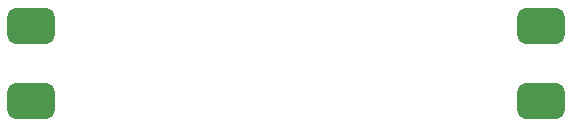
<source format=gbr>
%TF.GenerationSoftware,KiCad,Pcbnew,8.0.5*%
%TF.CreationDate,2025-06-27T14:54:40-05:00*%
%TF.ProjectId,ULACIT 2025,554c4143-4954-4203-9230-32352e6b6963,rev?*%
%TF.SameCoordinates,Original*%
%TF.FileFunction,Paste,Top*%
%TF.FilePolarity,Positive*%
%FSLAX46Y46*%
G04 Gerber Fmt 4.6, Leading zero omitted, Abs format (unit mm)*
G04 Created by KiCad (PCBNEW 8.0.5) date 2025-06-27 14:54:40*
%MOMM*%
%LPD*%
G01*
G04 APERTURE LIST*
G04 Aperture macros list*
%AMFreePoly0*
4,1,33,-1.500000,1.250000,-1.484505,1.401663,-1.429731,1.566964,-1.338312,1.715177,-1.215177,1.838312,-1.066964,1.929731,-0.901663,1.984505,-0.750000,2.000000,0.750000,2.000000,0.901663,1.984505,1.066964,1.929731,1.215177,1.838312,1.338312,1.715177,1.429731,1.566964,1.484505,1.401663,1.500000,1.250000,1.500000,-1.250000,1.484505,-1.401663,1.429731,-1.566964,1.338312,-1.715177,
1.215177,-1.838312,1.066964,-1.929731,0.901663,-1.984505,0.750000,-2.000000,-0.750000,-2.000000,-0.901663,-1.984505,-1.066964,-1.929731,-1.215177,-1.838312,-1.338312,-1.715177,-1.429731,-1.566964,-1.484505,-1.401663,-1.500000,-1.250000,-1.500000,1.250000,-1.500000,1.250000,$1*%
G04 Aperture macros list end*
%ADD10FreePoly0,90.000000*%
%ADD11FreePoly0,270.000000*%
G04 APERTURE END LIST*
D10*
%TO.C,REF\u002A\u002A*%
X73660000Y-72390000D03*
%TD*%
D11*
%TO.C,REF\u002A\u002A*%
X30480000Y-66040000D03*
%TD*%
D10*
%TO.C,REF\u002A\u002A*%
X73660000Y-66040000D03*
%TD*%
D11*
%TO.C,REF\u002A\u002A*%
X30480000Y-72390000D03*
%TD*%
M02*

</source>
